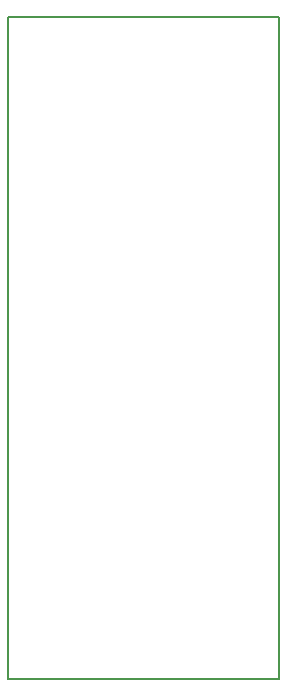
<source format=gbr>
G04 #@! TF.FileFunction,Profile,NP*
%FSLAX46Y46*%
G04 Gerber Fmt 4.6, Leading zero omitted, Abs format (unit mm)*
%MOMM*%
%LPD*%
G01*
G04 APERTURE LIST*
%ADD10C,0.100000*%
%ADD11C,0.150000*%
G04 APERTURE END LIST*
D10*
D11*
X137103200Y-70376000D02*
X137103200Y-126376000D01*
X160103200Y-70376000D02*
X137103200Y-70376000D01*
X160103200Y-126376000D02*
X160103200Y-70376000D01*
X160103200Y-126376000D02*
X137103200Y-126376000D01*
M02*

</source>
